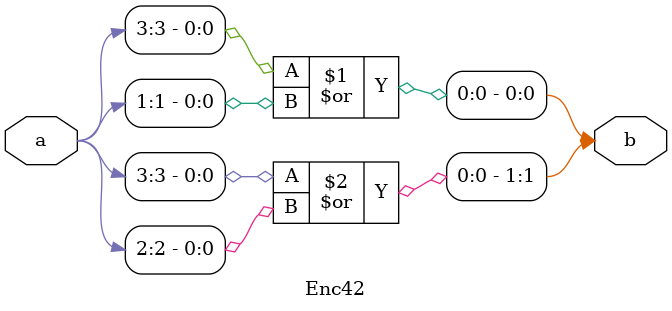
<source format=v>
`timescale 1ns / 1ps

module Enc42(a, b) ;
    input [3:0] a ;    
    output [1:0] b ;
    wire [1:0] b = {a[3] | a[2], a[3] | a[1]} ;
endmodule
</source>
